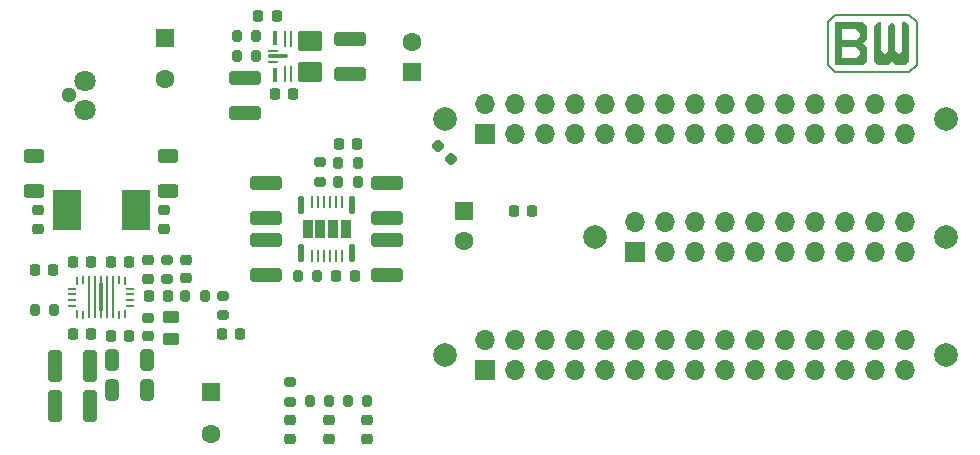
<source format=gbr>
%TF.GenerationSoftware,KiCad,Pcbnew,8.0.5*%
%TF.CreationDate,2024-12-13T17:50:09+01:00*%
%TF.ProjectId,BasePower,42617365-506f-4776-9572-2e6b69636164,rev?*%
%TF.SameCoordinates,Original*%
%TF.FileFunction,Soldermask,Top*%
%TF.FilePolarity,Negative*%
%FSLAX46Y46*%
G04 Gerber Fmt 4.6, Leading zero omitted, Abs format (unit mm)*
G04 Created by KiCad (PCBNEW 8.0.5) date 2024-12-13 17:50:09*
%MOMM*%
%LPD*%
G01*
G04 APERTURE LIST*
G04 Aperture macros list*
%AMRoundRect*
0 Rectangle with rounded corners*
0 $1 Rounding radius*
0 $2 $3 $4 $5 $6 $7 $8 $9 X,Y pos of 4 corners*
0 Add a 4 corners polygon primitive as box body*
4,1,4,$2,$3,$4,$5,$6,$7,$8,$9,$2,$3,0*
0 Add four circle primitives for the rounded corners*
1,1,$1+$1,$2,$3*
1,1,$1+$1,$4,$5*
1,1,$1+$1,$6,$7*
1,1,$1+$1,$8,$9*
0 Add four rect primitives between the rounded corners*
20,1,$1+$1,$2,$3,$4,$5,0*
20,1,$1+$1,$4,$5,$6,$7,0*
20,1,$1+$1,$6,$7,$8,$9,0*
20,1,$1+$1,$8,$9,$2,$3,0*%
%AMFreePoly0*
4,1,29,1.175000,0.125000,1.750000,0.125000,1.769134,0.121194,1.785355,0.110355,1.796194,0.094134,1.800000,0.075000,1.800000,-0.075000,1.796194,-0.094134,1.785355,-0.110355,1.769134,-0.121194,1.750000,-0.125000,1.175000,-0.125000,1.175000,-0.165000,-1.175000,-0.165000,-1.175000,-0.125000,-1.750000,-0.125000,-1.769134,-0.121194,-1.785355,-0.110355,-1.796194,-0.094134,-1.800000,-0.075000,
-1.800000,0.075000,-1.796194,0.094134,-1.785355,0.110355,-1.769134,0.121194,-1.750000,0.125000,-1.175000,0.125000,-1.175000,0.165000,1.175000,0.165000,1.175000,0.125000,1.175000,0.125000,$1*%
G04 Aperture macros list end*
%ADD10C,0.150000*%
%ADD11C,0.000000*%
%ADD12RoundRect,0.218750X-0.218750X-0.256250X0.218750X-0.256250X0.218750X0.256250X-0.218750X0.256250X0*%
%ADD13RoundRect,0.218750X-0.335876X-0.026517X-0.026517X-0.335876X0.335876X0.026517X0.026517X0.335876X0*%
%ADD14RoundRect,0.250000X-1.100000X0.325000X-1.100000X-0.325000X1.100000X-0.325000X1.100000X0.325000X0*%
%ADD15C,2.000000*%
%ADD16R,1.700000X1.700000*%
%ADD17O,1.700000X1.700000*%
%ADD18RoundRect,0.250000X-0.325000X-1.100000X0.325000X-1.100000X0.325000X1.100000X-0.325000X1.100000X0*%
%ADD19RoundRect,0.218750X0.256250X-0.218750X0.256250X0.218750X-0.256250X0.218750X-0.256250X-0.218750X0*%
%ADD20RoundRect,0.250000X-0.625000X0.312500X-0.625000X-0.312500X0.625000X-0.312500X0.625000X0.312500X0*%
%ADD21RoundRect,0.225000X0.225000X0.250000X-0.225000X0.250000X-0.225000X-0.250000X0.225000X-0.250000X0*%
%ADD22RoundRect,0.200000X-0.200000X-0.275000X0.200000X-0.275000X0.200000X0.275000X-0.200000X0.275000X0*%
%ADD23RoundRect,0.200000X0.200000X0.275000X-0.200000X0.275000X-0.200000X-0.275000X0.200000X-0.275000X0*%
%ADD24R,1.600000X1.600000*%
%ADD25C,1.600000*%
%ADD26RoundRect,0.225000X-0.225000X-0.250000X0.225000X-0.250000X0.225000X0.250000X-0.225000X0.250000X0*%
%ADD27RoundRect,0.225000X-0.250000X0.225000X-0.250000X-0.225000X0.250000X-0.225000X0.250000X0.225000X0*%
%ADD28RoundRect,0.100000X0.150000X-0.650000X0.150000X0.650000X-0.150000X0.650000X-0.150000X-0.650000X0*%
%ADD29RoundRect,0.050000X0.075000X-0.450000X0.075000X0.450000X-0.075000X0.450000X-0.075000X-0.450000X0*%
%ADD30RoundRect,0.043750X0.393750X-0.746250X0.393750X0.746250X-0.393750X0.746250X-0.393750X-0.746250X0*%
%ADD31RoundRect,0.250000X0.325000X0.650000X-0.325000X0.650000X-0.325000X-0.650000X0.325000X-0.650000X0*%
%ADD32RoundRect,0.250000X1.100000X-0.325000X1.100000X0.325000X-1.100000X0.325000X-1.100000X-0.325000X0*%
%ADD33RoundRect,0.200000X0.275000X-0.200000X0.275000X0.200000X-0.275000X0.200000X-0.275000X-0.200000X0*%
%ADD34R,2.413000X3.429000*%
%ADD35C,1.300000*%
%ADD36C,1.800000*%
%ADD37RoundRect,0.225000X0.250000X-0.225000X0.250000X0.225000X-0.250000X0.225000X-0.250000X-0.225000X0*%
%ADD38RoundRect,0.250000X0.450000X-0.262500X0.450000X0.262500X-0.450000X0.262500X-0.450000X-0.262500X0*%
%ADD39RoundRect,0.092500X0.092500X-0.520000X0.092500X0.520000X-0.092500X0.520000X-0.092500X-0.520000X0*%
%ADD40RoundRect,0.062500X0.062500X-0.587500X0.062500X0.587500X-0.062500X0.587500X-0.062500X-0.587500X0*%
%ADD41RoundRect,0.170000X0.855000X-0.680000X0.855000X0.680000X-0.855000X0.680000X-0.855000X-0.680000X0*%
%ADD42RoundRect,0.062500X0.387500X-0.062500X0.387500X0.062500X-0.387500X0.062500X-0.387500X-0.062500X0*%
%ADD43RoundRect,0.075000X0.735000X-0.075000X0.735000X0.075000X-0.735000X0.075000X-0.735000X-0.075000X0*%
%ADD44RoundRect,0.050000X-0.300000X-0.075000X0.300000X-0.075000X0.300000X0.075000X-0.300000X0.075000X0*%
%ADD45RoundRect,0.050000X0.075000X-0.325000X0.075000X0.325000X-0.075000X0.325000X-0.075000X-0.325000X0*%
%ADD46RoundRect,0.050000X0.075000X-0.300000X0.075000X0.300000X-0.075000X0.300000X-0.075000X-0.300000X0*%
%ADD47RoundRect,0.050000X0.075000X-1.750000X0.075000X1.750000X-0.075000X1.750000X-0.075000X-1.750000X0*%
%ADD48FreePoly0,90.000000*%
%ADD49RoundRect,0.200000X-0.275000X0.200000X-0.275000X-0.200000X0.275000X-0.200000X0.275000X0.200000X0*%
G04 APERTURE END LIST*
D10*
%TO.C,REF\u002A\u002A*%
X185850000Y-81800000D02*
X185850000Y-85400000D01*
X185250000Y-86000000D01*
X178950000Y-86000000D01*
X178350000Y-85400000D01*
X178350000Y-81800000D01*
X178950000Y-81200000D01*
X185250000Y-81200000D01*
X185850000Y-81800000D01*
D11*
G36*
X181650000Y-82100000D02*
G01*
X181650000Y-83300000D01*
X180750000Y-83300000D01*
X181050000Y-83000000D01*
X181050000Y-82700000D01*
X180750000Y-82400000D01*
X179550000Y-82400000D01*
X179550000Y-83300000D01*
X178950000Y-83300000D01*
X178950000Y-81800000D01*
X181350000Y-81800000D01*
X181650000Y-82100000D01*
G37*
G36*
X179550000Y-83300000D02*
G01*
X181650000Y-83300000D01*
X181350000Y-83600000D01*
X181650000Y-83900000D01*
X181650000Y-85100000D01*
X181350000Y-85400000D01*
X178950000Y-85400000D01*
X178950000Y-84800000D01*
X179550000Y-84800000D01*
X180750000Y-84800000D01*
X181050000Y-84500000D01*
X181050000Y-84200000D01*
X180750000Y-83900000D01*
X179550000Y-83900000D01*
X179550000Y-84800000D01*
X178950000Y-84800000D01*
X178950000Y-83300000D01*
X179550000Y-83300000D01*
G37*
G36*
X182850000Y-84200000D02*
G01*
X183150000Y-84500000D01*
X183450000Y-84200000D01*
X183450000Y-82100000D01*
X183750000Y-81800000D01*
X184050000Y-82100000D01*
X184050000Y-84200000D01*
X184350000Y-84500000D01*
X184650000Y-84200000D01*
X184650000Y-81800000D01*
X184950000Y-81800000D01*
X185250000Y-82100000D01*
X185250000Y-85100000D01*
X184950000Y-85400000D01*
X184050000Y-85400000D01*
X183750000Y-85100000D01*
X183450000Y-85400000D01*
X182550000Y-85400000D01*
X182250000Y-85100000D01*
X182250000Y-82100000D01*
X182550000Y-81800000D01*
X182850000Y-81800000D01*
X182850000Y-84200000D01*
G37*
%TD*%
D12*
%TO.C,F3*%
X127012500Y-108200000D03*
X128587500Y-108200000D03*
%TD*%
%TO.C,F2*%
X151725000Y-97800000D03*
X153300000Y-97800000D03*
%TD*%
D13*
%TO.C,F1*%
X145343153Y-92243153D03*
X146456847Y-93356847D03*
%TD*%
D14*
%TO.C,C20*%
X141000000Y-95425000D03*
X141000000Y-98375000D03*
%TD*%
D15*
%TO.C,Hole2*%
X188300000Y-90000000D03*
%TD*%
D16*
%TO.C,J2*%
X149325000Y-91275000D03*
D17*
X149325000Y-88735000D03*
X151865000Y-91275000D03*
X151865000Y-88735000D03*
X154405000Y-91275000D03*
X154405000Y-88735000D03*
X156945000Y-91275000D03*
X156945000Y-88735000D03*
X159485000Y-91275000D03*
X159485000Y-88735000D03*
X162025000Y-91275000D03*
X162025000Y-88735000D03*
X164565000Y-91275000D03*
X164565000Y-88735000D03*
X167105000Y-91275000D03*
X167105000Y-88735000D03*
X169645000Y-91275000D03*
X169645000Y-88735000D03*
X172185000Y-91275000D03*
X172185000Y-88735000D03*
X174725000Y-91275000D03*
X174725000Y-88735000D03*
X177265000Y-91275000D03*
X177265000Y-88735000D03*
X179805000Y-91275000D03*
X179805000Y-88735000D03*
X182345000Y-91275000D03*
X182345000Y-88735000D03*
X184885000Y-91275000D03*
X184885000Y-88735000D03*
%TD*%
D18*
%TO.C,C7*%
X112925000Y-114300000D03*
X115875000Y-114300000D03*
%TD*%
D19*
%TO.C,D3*%
X139300000Y-117087500D03*
X139300000Y-115512500D03*
%TD*%
D20*
%TO.C,R4*%
X111100000Y-93137500D03*
X111100000Y-96062500D03*
%TD*%
D21*
%TO.C,C27*%
X133075000Y-87900000D03*
X131525000Y-87900000D03*
%TD*%
D19*
%TO.C,D1*%
X132800000Y-117087500D03*
X132800000Y-115512500D03*
%TD*%
D22*
%TO.C,R3*%
X137675000Y-113900000D03*
X139325000Y-113900000D03*
%TD*%
D23*
%TO.C,R15*%
X138525000Y-93700000D03*
X136875000Y-93700000D03*
%TD*%
D24*
%TO.C,C1*%
X122200000Y-83147349D03*
D25*
X122200000Y-86647349D03*
%TD*%
D26*
%TO.C,C5*%
X117625000Y-102100000D03*
X119175000Y-102100000D03*
%TD*%
D27*
%TO.C,C3*%
X122100000Y-97725000D03*
X122100000Y-99275000D03*
%TD*%
D16*
%TO.C,J3*%
X162025000Y-101275000D03*
D17*
X162025000Y-98735000D03*
X164565000Y-101275000D03*
X164565000Y-98735000D03*
X167105000Y-101275000D03*
X167105000Y-98735000D03*
X169645000Y-101275000D03*
X169645000Y-98735000D03*
X172185000Y-101275000D03*
X172185000Y-98735000D03*
X174725000Y-101275000D03*
X174725000Y-98735000D03*
X177265000Y-101275000D03*
X177265000Y-98735000D03*
X179805000Y-101275000D03*
X179805000Y-98735000D03*
X182345000Y-101275000D03*
X182345000Y-98735000D03*
X184885000Y-101275000D03*
X184885000Y-98735000D03*
%TD*%
D28*
%TO.C,U2*%
X133750000Y-101350000D03*
D29*
X134675000Y-101600000D03*
X135175000Y-101600000D03*
X135675000Y-101600000D03*
X136175000Y-101600000D03*
X136675000Y-101600000D03*
X137175000Y-101600000D03*
D28*
X138050000Y-101350000D03*
X138050000Y-97250000D03*
D29*
X137175000Y-97000000D03*
X136675000Y-97000000D03*
X136175000Y-97000000D03*
X135675000Y-97000000D03*
X135175000Y-97000000D03*
X134675000Y-97000000D03*
D28*
X133750000Y-97250000D03*
D30*
X134287500Y-99300000D03*
X135362500Y-99300000D03*
X136437500Y-99300000D03*
X137512500Y-99300000D03*
%TD*%
D31*
%TO.C,C11*%
X120675000Y-110400000D03*
X117725000Y-110400000D03*
%TD*%
D26*
%TO.C,C8*%
X114425000Y-108200000D03*
X115975000Y-108200000D03*
%TD*%
D32*
%TO.C,C21*%
X141000000Y-103175000D03*
X141000000Y-100225000D03*
%TD*%
D33*
%TO.C,R11*%
X122400000Y-103550000D03*
X122400000Y-101900000D03*
%TD*%
D26*
%TO.C,C26*%
X136725000Y-103300000D03*
X138275000Y-103300000D03*
%TD*%
D22*
%TO.C,R22*%
X128275000Y-83000000D03*
X129925000Y-83000000D03*
%TD*%
D32*
%TO.C,C28*%
X137900000Y-86175001D03*
X137900000Y-83225001D03*
%TD*%
D20*
%TO.C,R5*%
X122500000Y-93137500D03*
X122500000Y-96062500D03*
%TD*%
D23*
%TO.C,R24*%
X129925000Y-84700000D03*
X128275000Y-84700000D03*
%TD*%
D15*
%TO.C,Hole5*%
X145900000Y-110000000D03*
%TD*%
D34*
%TO.C,L1*%
X113879000Y-97700000D03*
X119721000Y-97700000D03*
%TD*%
D15*
%TO.C,Hole4*%
X188300000Y-100000000D03*
%TD*%
D22*
%TO.C,R2*%
X134475000Y-113900000D03*
X136125000Y-113900000D03*
%TD*%
D21*
%TO.C,C19*%
X138475000Y-92100000D03*
X136925000Y-92100000D03*
%TD*%
D15*
%TO.C,Hole1*%
X145900000Y-90000000D03*
%TD*%
D23*
%TO.C,R18*%
X138525000Y-95300000D03*
X136875000Y-95300000D03*
%TD*%
D27*
%TO.C,C18*%
X124000000Y-101925000D03*
X124000000Y-103475000D03*
%TD*%
D22*
%TO.C,R10*%
X111175000Y-106200000D03*
X112825000Y-106200000D03*
%TD*%
D21*
%TO.C,C14*%
X112775000Y-102800000D03*
X111225000Y-102800000D03*
%TD*%
D35*
%TO.C,J1*%
X114090000Y-88000000D03*
D36*
X115430000Y-86750000D03*
X115430000Y-89250000D03*
%TD*%
D33*
%TO.C,R9*%
X127100000Y-106625000D03*
X127100000Y-104975000D03*
%TD*%
D31*
%TO.C,C10*%
X120675000Y-112900000D03*
X117725000Y-112900000D03*
%TD*%
D24*
%TO.C,C12*%
X126100000Y-113147349D03*
D25*
X126100000Y-116647349D03*
%TD*%
D14*
%TO.C,C23*%
X130800000Y-95425000D03*
X130800000Y-98375000D03*
%TD*%
D27*
%TO.C,C2*%
X111500000Y-97725000D03*
X111500000Y-99275000D03*
%TD*%
D37*
%TO.C,C13*%
X120800000Y-108375000D03*
X120800000Y-106825000D03*
%TD*%
D38*
%TO.C,R8*%
X122700000Y-108612500D03*
X122700000Y-106787500D03*
%TD*%
D15*
%TO.C,Hole3*%
X158600000Y-100000000D03*
%TD*%
D21*
%TO.C,C4*%
X115975000Y-102100000D03*
X114425000Y-102100000D03*
%TD*%
D32*
%TO.C,C24*%
X130800000Y-103175000D03*
X130800000Y-100225000D03*
%TD*%
D21*
%TO.C,C9*%
X119175000Y-108400000D03*
X117625000Y-108400000D03*
%TD*%
D23*
%TO.C,R17*%
X135125000Y-103300000D03*
X133475000Y-103300000D03*
%TD*%
D18*
%TO.C,C6*%
X112925000Y-110900000D03*
X115875000Y-110900000D03*
%TD*%
D39*
%TO.C,U3*%
X131540000Y-86237501D03*
D40*
X132350000Y-86200001D03*
X132850000Y-86200001D03*
D41*
X134495000Y-86000001D03*
X134495000Y-83400001D03*
D40*
X132850000Y-83200001D03*
X132350000Y-83200001D03*
D39*
X131550000Y-83162501D03*
D42*
X131390000Y-84200001D03*
D43*
X131750000Y-84700001D03*
D42*
X131390000Y-85200001D03*
%TD*%
D26*
%TO.C,C16*%
X120900000Y-105000000D03*
X122450000Y-105000000D03*
%TD*%
D24*
%TO.C,C22*%
X147500000Y-97817620D03*
D25*
X147500000Y-100317620D03*
%TD*%
D32*
%TO.C,C30*%
X129000000Y-89475000D03*
X129000000Y-86525000D03*
%TD*%
D19*
%TO.C,D2*%
X136100000Y-117087500D03*
X136100000Y-115512500D03*
%TD*%
D44*
%TO.C,U1*%
X114350000Y-104350000D03*
X114350000Y-104850000D03*
X114350000Y-105350000D03*
X114350000Y-105850000D03*
D45*
X114760000Y-106525000D03*
D46*
X115260000Y-106550000D03*
D47*
X115760000Y-105100000D03*
X116260000Y-105100000D03*
D48*
X116800000Y-105100000D03*
D47*
X117340000Y-105100000D03*
X117840000Y-105100000D03*
D46*
X118340000Y-106550000D03*
D45*
X118840000Y-106525000D03*
D44*
X119250000Y-105850000D03*
X119250000Y-105350000D03*
X119250000Y-104850000D03*
X119250000Y-104350000D03*
D45*
X118840000Y-103675000D03*
D46*
X118340000Y-103650000D03*
X115260000Y-103650000D03*
D45*
X114760000Y-103675000D03*
%TD*%
D49*
%TO.C,R16*%
X135300000Y-93675000D03*
X135300000Y-95325000D03*
%TD*%
D16*
%TO.C,J4*%
X149325000Y-111275000D03*
D17*
X149325000Y-108735000D03*
X151865000Y-111275000D03*
X151865000Y-108735000D03*
X154405000Y-111275000D03*
X154405000Y-108735000D03*
X156945000Y-111275000D03*
X156945000Y-108735000D03*
X159485000Y-111275000D03*
X159485000Y-108735000D03*
X162025000Y-111275000D03*
X162025000Y-108735000D03*
X164565000Y-111275000D03*
X164565000Y-108735000D03*
X167105000Y-111275000D03*
X167105000Y-108735000D03*
X169645000Y-111275000D03*
X169645000Y-108735000D03*
X172185000Y-111275000D03*
X172185000Y-108735000D03*
X174725000Y-111275000D03*
X174725000Y-108735000D03*
X177265000Y-111275000D03*
X177265000Y-108735000D03*
X179805000Y-111275000D03*
X179805000Y-108735000D03*
X182345000Y-111275000D03*
X182345000Y-108735000D03*
X184885000Y-111275000D03*
X184885000Y-108735000D03*
%TD*%
D27*
%TO.C,C15*%
X120800000Y-101950000D03*
X120800000Y-103500000D03*
%TD*%
D49*
%TO.C,R1*%
X132800000Y-112275000D03*
X132800000Y-113925000D03*
%TD*%
D15*
%TO.C,Hole6*%
X188300000Y-110000000D03*
%TD*%
D23*
%TO.C,R12*%
X125600000Y-105000000D03*
X123950000Y-105000000D03*
%TD*%
D21*
%TO.C,C32*%
X131675000Y-81300000D03*
X130125000Y-81300000D03*
%TD*%
D24*
%TO.C,C29*%
X143100000Y-85982380D03*
D25*
X143100000Y-83482380D03*
%TD*%
M02*

</source>
